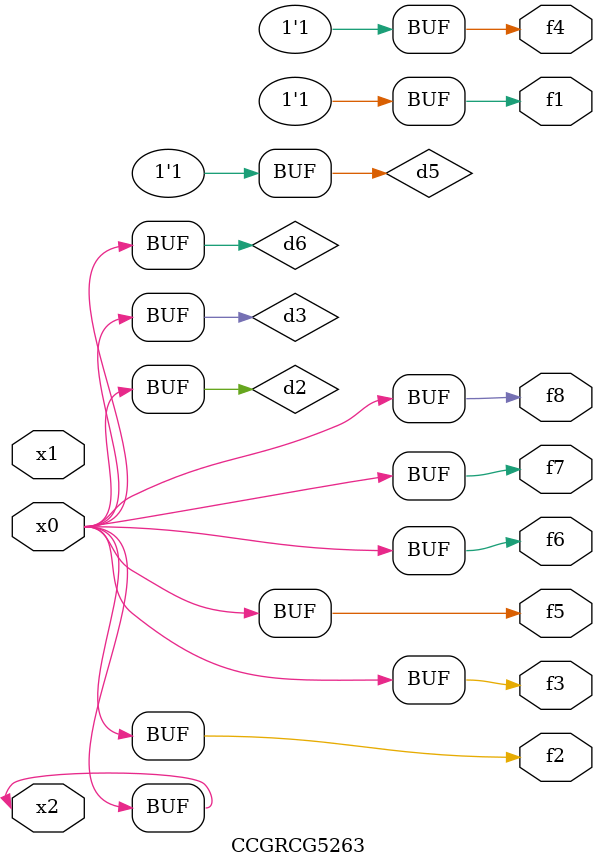
<source format=v>
module CCGRCG5263(
	input x0, x1, x2,
	output f1, f2, f3, f4, f5, f6, f7, f8
);

	wire d1, d2, d3, d4, d5, d6;

	xnor (d1, x2);
	buf (d2, x0, x2);
	and (d3, x0);
	xnor (d4, x1, x2);
	nand (d5, d1, d3);
	buf (d6, d2, d3);
	assign f1 = d5;
	assign f2 = d6;
	assign f3 = d6;
	assign f4 = d5;
	assign f5 = d6;
	assign f6 = d6;
	assign f7 = d6;
	assign f8 = d6;
endmodule

</source>
